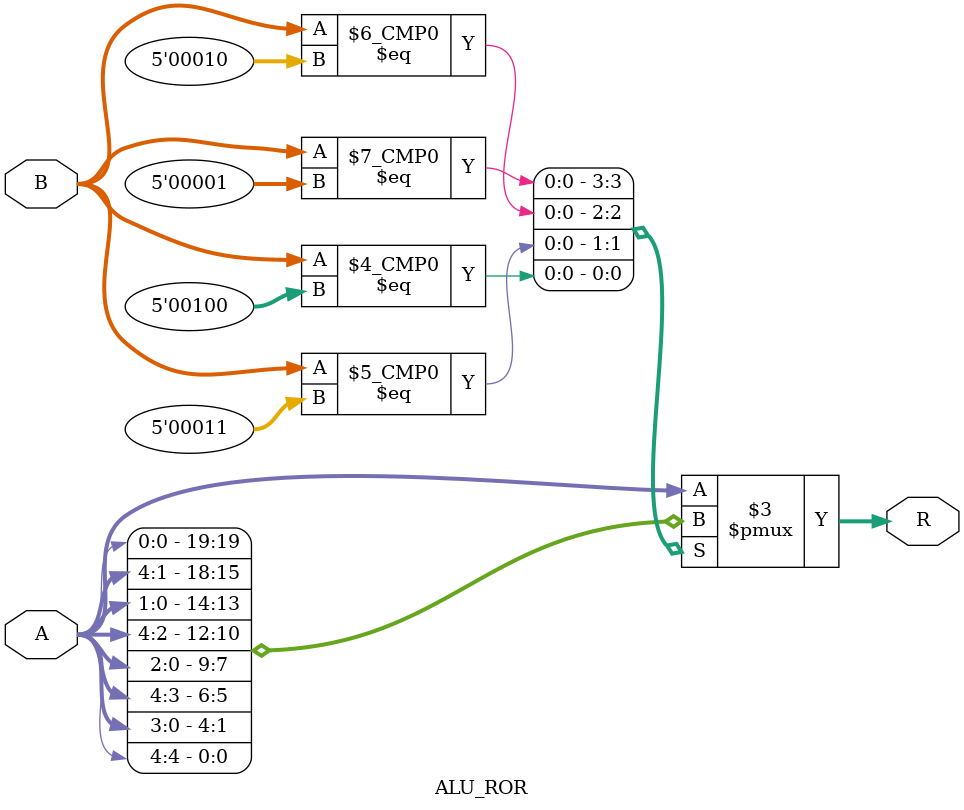
<source format=sv>
module ALU_ROR(
    input wire [4:0] A, B,
    output reg [4:0] R);

    always @(*) begin
        case(B)
            5'b00000: R = A;                     
            5'b00001: R = {A[0], A[4:1]};        
            5'b00010: R = {A[1:0], A[4:2]};   
            5'b00011: R = {A[2:0], A[4:3]}; 
            5'b00100: R = {A[3:0], A[4]};      
            default: R = A;                 
        endcase
    end

endmodule
</source>
